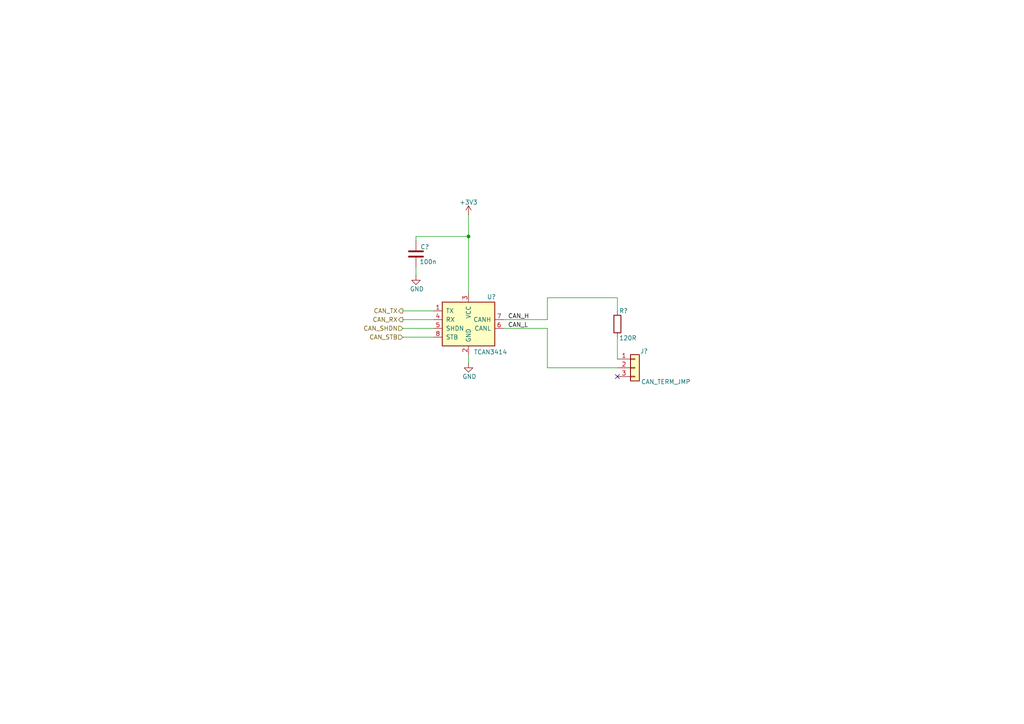
<source format=kicad_sch>
(kicad_sch (version 20250114) (generator "eeschema") (generator_version "9.0")
  (paper "A4")
  (title_block (title "STM32F405 ESC") (rev "0.0.1") (company "mangoByte"))
  (lib_symbols
    (symbol "Connector_Generic:Conn_01x03" (pin_names (offset 1.016) (hide yes))
      (property "Reference" "J" (at 0 5.08 0))
      (property "Value" "Conn_01x03" (at 0 -5.08 0))
      (symbol "Conn_01x03_1_1"
        (rectangle (start -1.27 3.81) (end 1.27 -3.81) (stroke (width 0.254)) (fill (type background)))
        (rectangle (start -1.27 2.667) (end 0 2.413) (stroke (width 0.1524)))
        (rectangle (start -1.27 0.127) (end 0 -0.127) (stroke (width 0.1524)))
        (rectangle (start -1.27 -2.413) (end 0 -2.667) (stroke (width 0.1524)))
        (pin passive line (at -5.08 2.54 0) (length 3.81) (name "Pin_1") (number "1"))
        (pin passive line (at -5.08 0 0) (length 3.81) (name "Pin_2") (number "2"))
        (pin passive line (at -5.08 -2.54 0) (length 3.81) (name "Pin_3") (number "3"))
      )
    )
    (symbol "Device:C" (pin_numbers (hide yes)) (pin_names (offset 0.254))
      (property "Reference" "C" (at 0.635 2.54 0))
      (property "Value" "C" (at 0.635 -2.54 0))
      (symbol "C_0_1"
        (polyline (pts (xy -2.032 0.762) (xy 2.032 0.762)) (stroke (width 0.508)))
        (polyline (pts (xy -2.032 -0.762) (xy 2.032 -0.762)) (stroke (width 0.508)))
      )
      (symbol "C_1_1"
        (pin passive line (at 0 3.81 270) (length 2.794) (name "~") (number "1"))
        (pin passive line (at 0 -3.81 90) (length 2.794) (name "~") (number "2"))
      )
    )
    (symbol "No silk screen devices:R" (pin_numbers (hide yes)) (pin_names (offset 0))
      (property "Reference" "R" (at 2.032 0 90))
      (property "Value" "R" (at 0 0 90))
      (symbol "R_0_1"
        (rectangle (start -1.016 -2.54) (end 1.016 2.54) (stroke (width 0.254)))
      )
      (symbol "R_1_1"
        (pin passive line (at 0 3.81 270) (length 1.27) (name "~") (number "1"))
        (pin passive line (at 0 -3.81 90) (length 1.27) (name "~") (number "2"))
      )
    )
    (symbol "personal-library:TCAN3414" (pin_names (offset 1.016))
      (property "Reference" "U" (at 7.366 6.35 0))
      (property "Value" "TCAN3414" (at 11.43 -9.398 0))
      (symbol "TCAN3414_0_1"
        (rectangle (start -7.62 5.08) (end 7.62 -7.62) (stroke (width 0.254)) (fill (type background)))
      )
      (symbol "TCAN3414_1_1"
        (pin output line (at -10.16 2.54 0) (length 2.54) (name "TX") (number "1"))
        (pin input line (at -10.16 0 0) (length 2.54) (name "RX") (number "4"))
        (pin input line (at -10.16 -2.54 0) (length 2.54) (name "SHDN") (number "5"))
        (pin input line (at -10.16 -5.08 0) (length 2.54) (name "STB") (number "8"))
        (pin power_in line (at 0 7.62 270) (length 2.54) (name "VCC") (number "3"))
        (pin power_in line (at 0 -10.16 90) (length 2.54) (name "GND") (number "2"))
        (pin bidirectional line (at 10.16 0 180) (length 2.54) (name "CANH") (number "7"))
        (pin bidirectional line (at 10.16 -2.54 180) (length 2.54) (name "CANL") (number "6"))
      )
    )
    (symbol "power:+3V3" (power) (pin_numbers (hide yes)) (pin_names (offset 0) (hide yes))
      (property "Value" "+3V3" (at 0 3.556 0))
      (symbol "+3V3_0_1"
        (polyline (pts (xy -0.762 1.27) (xy 0 2.54)))
        (polyline (pts (xy 0 2.54) (xy 0.762 1.27)))
        (polyline (pts (xy 0 0) (xy 0 2.54)))
      )
      (symbol "+3V3_1_1"
        (pin power_in line (at 0 0 90) (length 0) (name "~") (number "1"))
      )
    )
    (symbol "power:GND" (power) (pin_numbers (hide yes)) (pin_names (offset 0) (hide yes))
      (property "Value" "GND" (at 0 -3.81 0))
      (symbol "GND_0_1"
        (polyline (pts (xy 0 0) (xy 0 -1.27) (xy 1.27 -1.27) (xy 0 -2.54) (xy -1.27 -1.27) (xy 0 -1.27)))
      )
      (symbol "GND_1_1"
        (pin power_in line (at 0 0 270) (length 0) (name "~") (number "1"))
      )
    )
  )
  (junction (at 135.89 68.58))
  (no_connect (at 179.07 109.22))
  (wire (pts (xy 120.65 68.58) (xy 135.89 68.58)))
  (wire (pts (xy 116.84 95.25) (xy 125.73 95.25)))
  (wire (pts (xy 146.05 92.71) (xy 158.75 92.71)))
  (wire (pts (xy 158.75 86.36) (xy 179.07 86.36)))
  (wire (pts (xy 179.07 86.36) (xy 179.07 90.17)))
  (wire (pts (xy 116.84 97.79) (xy 125.73 97.79)))
  (wire (pts (xy 116.84 92.71) (xy 125.73 92.71)))
  (wire (pts (xy 135.89 62.23) (xy 135.89 68.58)))
  (wire (pts (xy 120.65 77.47) (xy 120.65 80.01)))
  (wire (pts (xy 116.84 90.17) (xy 125.73 90.17)))
  (wire (pts (xy 146.05 95.25) (xy 158.75 95.25)))
  (wire (pts (xy 158.75 106.68) (xy 179.07 106.68)))
  (wire (pts (xy 135.89 102.87) (xy 135.89 105.41)))
  (wire (pts (xy 135.89 68.58) (xy 135.89 85.09)))
  (wire (pts (xy 158.75 95.25) (xy 158.75 106.68)))
  (wire (pts (xy 179.07 97.79) (xy 179.07 104.14)))
  (wire (pts (xy 120.65 69.85) (xy 120.65 68.58)))
  (wire (pts (xy 158.75 92.71) (xy 158.75 86.36)))
  (label "CAN_L" (at 147.32 95.25 0))
  (label "CAN_H" (at 147.32 92.71 0))
  (hierarchical_label "CAN_TX" (shape output) (at 116.84 90.17 180))
  (hierarchical_label "CAN_SHDN" (shape input) (at 116.84 95.25 180))
  (hierarchical_label "CAN_STB" (shape input) (at 116.84 97.79 180))
  (hierarchical_label "CAN_RX" (shape output) (at 116.84 92.71 180))
  (symbol (lib_id "Connector_Generic:Conn_01x03") (at 184.15 106.68 0) (unit 1)
    (property "Reference" "J?" (at 185.674 101.854 0) (effects (justify left)))
    (property "Value" "CAN_TERM_JMP" (at 185.928 110.744 0) (effects (justify left)))
    (property "Description" "Generic connector, single row, 01x03, script generated (kicad-library-utils/schlib/autogen/connector/)" (effects (hide yes)))
  )
  (symbol (lib_id "power:GND") (at 120.65 80.01 0) (unit 1)
    (property "Reference" "#PWR048" (effects (hide yes)))
    (property "Value" "GND" (at 120.904 83.82 0))
    (property "Description" "Power symbol creates a global label with name \"GND\" , ground" (effects (hide yes)))
  )
  (symbol (lib_id "power:+3V3") (at 135.89 62.23 0) (unit 1)
    (property "Reference" "#PWR047" (effects (hide yes)))
    (property "Value" "+3V3" (at 135.89 58.674 0))
    (property "Description" "Power symbol creates a global label with name \"+3V3\"" (effects (hide yes)))
  )
  (symbol (lib_id "power:GND") (at 135.89 105.41 0) (unit 1)
    (property "Reference" "#PWR046" (effects (hide yes)))
    (property "Value" "GND" (at 136.144 109.22 0))
    (property "Description" "Power symbol creates a global label with name \"GND\" , ground" (effects (hide yes)))
  )
  (symbol (lib_id "No silk screen devices:R") (at 179.07 93.98 180) (unit 1)
    (property "Reference" "R?" (at 180.848 90.17 0))
    (property "Value" "120R" (at 182.118 98.044 0))
    (property "Description" "Resistor" (effects (hide yes)))
  )
  (symbol (lib_id "personal-library:TCAN3414") (at 135.89 92.71 0) (unit 1)
    (property "Reference" "U?" (at 141.224 86.106 0) (effects (justify left)))
    (property "Value" "TCAN3414" (at 137.414 102.108 0) (effects (justify left)))
    (property "Footprint" "Package_SO:SOIC-8_3.9x4.9mm_P1.27mm" (effects (hide yes)))
    (property "Datasheet" "http://www.ti.com/lit/ds/symlink/sn65hvd230.pdf" (effects (hide yes)))
    (property "Description" "CAN Bus Transceivers, 3.3V, 1Mbps, Low-Power capabilities, SOIC-8" (effects (hide yes)))
  )
  (symbol (lib_id "Device:C") (at 120.65 73.66 0) (unit 1)
    (property "Reference" "C?" (at 121.92 71.628 0) (effects (justify left)))
    (property "Value" "100n" (at 121.666 75.946 0) (effects (justify left)))
    (property "Footprint" "No Silkscreen:C_0402_1005Metric" (effects (hide yes)))
    (property "Description" "Unpolarized capacitor" (effects (hide yes)))
  )
)
</source>
